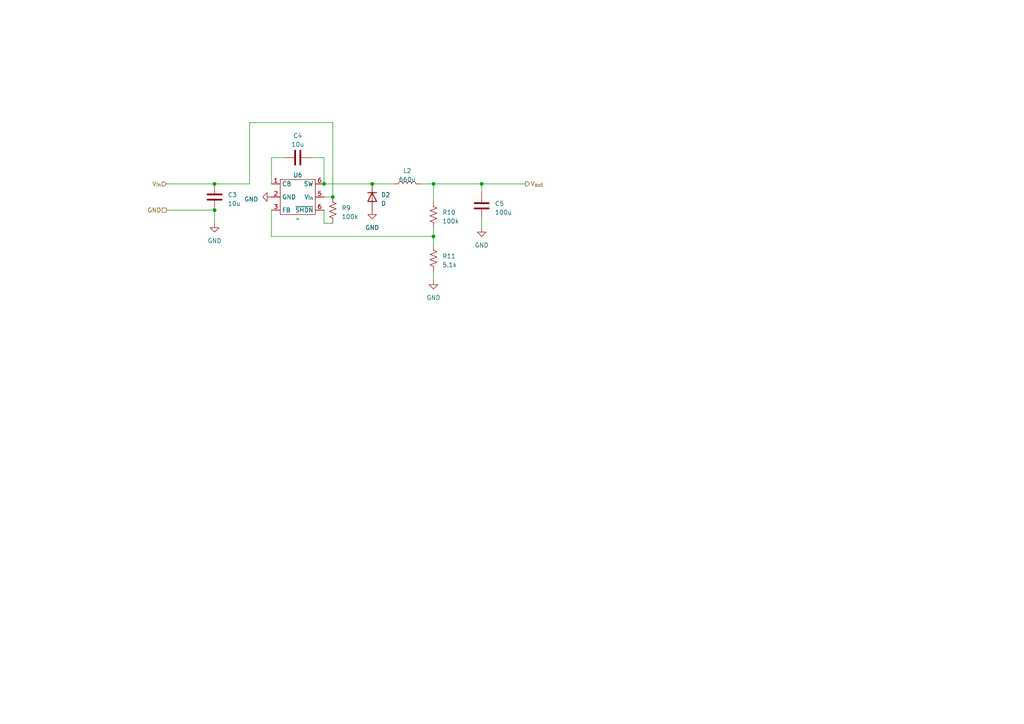
<source format=kicad_sch>
(kicad_sch (version 20230121) (generator eeschema)
  (paper "A4")
  (lib_symbols
    (symbol "Device:C" (pin_numbers hide) (pin_names (offset 0.254))
      (property "Reference" "C" (at 0.635 2.54 0))
      (property "Value" "C" (at 0.635 -2.54 0))
      (symbol "C_0_1"
        (polyline (pts (xy -2.032 -0.762) (xy 2.032 -0.762)) (stroke (width 0.508)))
        (polyline (pts (xy -2.032 0.762) (xy 2.032 0.762)) (stroke (width 0.508)))
      )
      (symbol "C_1_1"
        (pin passive line (at 0 3.81 270) (length 2.794) (name "~") (number "1"))
        (pin passive line (at 0 -3.81 90) (length 2.794) (name "~") (number "2"))
      )
    )
    (symbol "Device:D" (pin_numbers hide) (pin_names (offset 1.016) hide)
      (property "Reference" "D" (at 0 2.54 0))
      (property "Value" "D" (at 0 -2.54 0))
      (symbol "D_0_1"
        (polyline (pts (xy -1.27 1.27) (xy -1.27 -1.27)) (stroke (width 0.254)))
        (polyline (pts (xy 1.27 0) (xy -1.27 0)))
        (polyline (pts (xy 1.27 1.27) (xy 1.27 -1.27) (xy -1.27 0) (xy 1.27 1.27)) (stroke (width 0.254)))
      )
      (symbol "D_1_1"
        (pin passive line (at -3.81 0 0) (length 2.54) (name "K") (number "1"))
        (pin passive line (at 3.81 0 180) (length 2.54) (name "A") (number "2"))
      )
    )
    (symbol "Device:L" (pin_numbers hide) (pin_names (offset 1.016) hide)
      (property "Reference" "L" (at -1.27 0 90))
      (property "Value" "L" (at 1.905 0 90))
      (symbol "L_0_1"
        (arc (start 0 -2.54) (mid 0.6323 -1.905) (end 0 -1.27))
        (arc (start 0 -1.27) (mid 0.6323 -0.635) (end 0 0))
        (arc (start 0 0) (mid 0.6323 0.635) (end 0 1.27))
        (arc (start 0 1.27) (mid 0.6323 1.905) (end 0 2.54))
      )
      (symbol "L_1_1"
        (pin passive line (at 0 3.81 270) (length 1.27) (name "1") (number "1"))
        (pin passive line (at 0 -3.81 90) (length 1.27) (name "2") (number "2"))
      )
    )
    (symbol "Device:R_US" (pin_numbers hide) (pin_names (offset 0))
      (property "Reference" "R" (at 2.54 0 90))
      (property "Value" "R_US" (at -2.54 0 90))
      (symbol "R_US_0_1"
        (polyline (pts (xy 0 -2.286) (xy 0 -2.54)))
        (polyline (pts (xy 0 2.286) (xy 0 2.54)))
        (polyline (pts (xy 0 -0.762) (xy 1.016 -1.143) (xy 0 -1.524) (xy -1.016 -1.905) (xy 0 -2.286)))
        (polyline (pts (xy 0 0.762) (xy 1.016 0.381) (xy 0 0) (xy -1.016 -0.381) (xy 0 -0.762)))
        (polyline (pts (xy 0 2.286) (xy 1.016 1.905) (xy 0 1.524) (xy -1.016 1.143) (xy 0 0.762)))
      )
      (symbol "R_US_1_1"
        (pin passive line (at 0 3.81 270) (length 1.27) (name "~") (number "1"))
        (pin passive line (at 0 -3.81 90) (length 1.27) (name "~") (number "2"))
      )
    )
    (symbol "Regulator_Switching:LV2862"
      (property "Reference" "U" (at 0 0 0))
      (symbol "LV2862_0_1"
        (rectangle (start -5.08 11.43) (end 5.08 1.27))
      )
      (symbol "LV2862_1_1"
        (pin passive line (at -7.62 10.16 0) (length 2.54) (name "CB") (number "1"))
        (pin passive line (at -7.62 6.35 0) (length 2.54) (name "GND") (number "2"))
        (pin input line (at -7.62 2.54 0) (length 2.54) (name "FB") (number "3"))
        (pin power_in line (at 7.62 6.35 180) (length 2.54) (name "V_{in}") (number "5"))
        (pin output line (at 7.62 10.16 180) (length 2.54) (name "SW") (number "6"))
        (pin input line (at 7.62 2.54 180) (length 2.54) (name "~{SHDN}") (number "6"))
      )
    )
    (symbol "power:GND" (power) (pin_names (offset 0))
      (property "Value" "GND" (at 0 -3.81 0))
      (symbol "GND_0_1"
        (polyline (pts (xy 0 0) (xy 0 -1.27) (xy 1.27 -1.27) (xy 0 -2.54) (xy -1.27 -1.27) (xy 0 -1.27)))
      )
      (symbol "GND_1_1"
        (pin power_in line (at 0 0 270) (length 0) hide (name "GND") (number "1"))
      )
    )
  )
  (junction (at 96.52 57.15))
  (junction (at 125.73 68.58))
  (junction (at 93.98 53.34))
  (junction (at 62.23 53.34))
  (junction (at 125.73 53.34))
  (junction (at 107.95 53.34))
  (junction (at 139.7 53.34))
  (junction (at 62.23 60.96))
  (wire (pts (xy 48.26 53.34) (xy 62.23 53.34)))
  (wire (pts (xy 78.74 68.58) (xy 78.74 60.96)))
  (wire (pts (xy 93.98 53.34) (xy 107.95 53.34)))
  (wire (pts (xy 139.7 66.04) (xy 139.7 63.5)))
  (wire (pts (xy 78.74 53.34) (xy 78.74 45.72)))
  (wire (pts (xy 125.73 66.04) (xy 125.73 68.58)))
  (wire (pts (xy 62.23 64.77) (xy 62.23 60.96)))
  (wire (pts (xy 139.7 53.34) (xy 152.4 53.34)))
  (wire (pts (xy 121.92 53.34) (xy 125.73 53.34)))
  (wire (pts (xy 125.73 68.58) (xy 78.74 68.58)))
  (wire (pts (xy 96.52 35.56) (xy 96.52 57.15)))
  (wire (pts (xy 125.73 81.28) (xy 125.73 78.74)))
  (wire (pts (xy 107.95 53.34) (xy 114.3 53.34)))
  (wire (pts (xy 125.73 53.34) (xy 139.7 53.34)))
  (wire (pts (xy 139.7 53.34) (xy 139.7 55.88)))
  (wire (pts (xy 93.98 64.77) (xy 96.52 64.77)))
  (wire (pts (xy 96.52 57.15) (xy 93.98 57.15)))
  (wire (pts (xy 93.98 45.72) (xy 93.98 53.34)))
  (wire (pts (xy 125.73 53.34) (xy 125.73 58.42)))
  (wire (pts (xy 62.23 53.34) (xy 72.39 53.34)))
  (wire (pts (xy 72.39 35.56) (xy 96.52 35.56)))
  (wire (pts (xy 78.74 45.72) (xy 82.55 45.72)))
  (wire (pts (xy 93.98 60.96) (xy 93.98 64.77)))
  (wire (pts (xy 48.26 60.96) (xy 62.23 60.96)))
  (wire (pts (xy 90.17 45.72) (xy 93.98 45.72)))
  (wire (pts (xy 72.39 53.34) (xy 72.39 35.56)))
  (wire (pts (xy 125.73 68.58) (xy 125.73 71.12)))
  (hierarchical_label "V_{out}" (shape output) (at 152.4 53.34 0))
  (hierarchical_label "V_{in}" (shape input) (at 48.26 53.34 180))
  (hierarchical_label "GND" (shape passive) (at 48.26 60.96 180))
  (symbol (lib_id "Device:C") (at 86.36 45.72 270) (unit 1)
    (property "Reference" "C4" (at 86.36 39.37 90))
    (property "Value" "10u" (at 86.36 41.91 90))
    (property "Sim.Device" "C" (effects hide))
    (property "Sim.Type" "=" (effects hide))
    (property "Sim.Params" "c=50u" (effects hide))
    (property "Sim.Pins" "1=+ 2=-" (effects hide))
  )
  (symbol (lib_id "Device:C") (at 139.7 59.69 0) (unit 1)
    (property "Reference" "C5" (at 143.51 59.055 0) (effects (justify left)))
    (property "Value" "100u" (at 143.51 61.595 0) (effects (justify left)))
  )
  (symbol (lib_id "Device:D") (at 107.95 57.15 270) (unit 1)
    (property "Reference" "D2" (at 110.49 56.515 90) (effects (justify left)))
    (property "Value" "D" (at 110.49 59.055 90) (effects (justify left)))
    (property "Sim.Device" "D" (effects hide))
    (property "Sim.Pins" "1=K 2=A" (effects hide))
  )
  (symbol (lib_id "Device:R_US") (at 96.52 60.96 0) (unit 1)
    (property "Reference" "R9" (at 99.06 60.325 0) (effects (justify left)))
    (property "Value" "100k" (at 99.06 62.865 0) (effects (justify left)))
  )
  (symbol (lib_id "power:GND") (at 62.23 64.77 0) (unit 1)
    (property "Reference" "#PWR010" (effects hide))
    (property "Value" "GND" (at 62.23 69.85 0))
  )
  (symbol (lib_id "power:GND") (at 125.73 81.28 0) (unit 1)
    (property "Reference" "#PWR013" (effects hide))
    (property "Value" "GND" (at 125.73 86.36 0))
  )
  (symbol (lib_id "Device:L") (at 118.11 53.34 90) (unit 1)
    (property "Reference" "L2" (at 118.11 49.53 90))
    (property "Value" "660u" (at 118.11 52.07 90))
  )
  (symbol (lib_id "Device:C") (at 62.23 57.15 0) (unit 1)
    (property "Reference" "C3" (at 66.04 56.515 0) (effects (justify left)))
    (property "Value" "10u" (at 66.04 59.055 0) (effects (justify left)))
    (property "Sim.Device" "C" (effects hide))
    (property "Sim.Pins" "1=+ 2=-" (effects hide))
  )
  (symbol (lib_id "power:GND") (at 107.95 60.96 0) (unit 1)
    (property "Reference" "#PWR012" (effects hide))
    (property "Value" "GND" (at 107.95 66.04 0))
  )
  (symbol (lib_id "power:GND") (at 78.74 57.15 270) (unit 1)
    (property "Reference" "#PWR011" (effects hide))
    (property "Value" "GND" (at 74.93 57.785 90) (effects (justify right)))
  )
  (symbol (lib_id "Device:R_US") (at 125.73 74.93 0) (unit 1)
    (property "Reference" "R11" (at 128.27 74.295 0) (effects (justify left)))
    (property "Value" "5.1k" (at 128.27 76.835 0) (effects (justify left)))
  )
  (symbol (lib_id "Device:R_US") (at 125.73 62.23 0) (unit 1)
    (property "Reference" "R10" (at 128.27 61.595 0) (effects (justify left)))
    (property "Value" "100k" (at 128.27 64.135 0) (effects (justify left)))
  )
  (symbol (lib_id "power:GND") (at 139.7 66.04 0) (unit 1)
    (property "Reference" "#PWR014" (effects hide))
    (property "Value" "GND" (at 139.7 71.12 0))
  )
  (symbol (lib_id "Regulator_Switching:LV2862") (at 86.36 63.5 0) (unit 1)
    (property "Reference" "U6" (at 86.36 50.8 0))
    (property "Value" "~" (at 86.36 63.5 0))
  )
)
</source>
